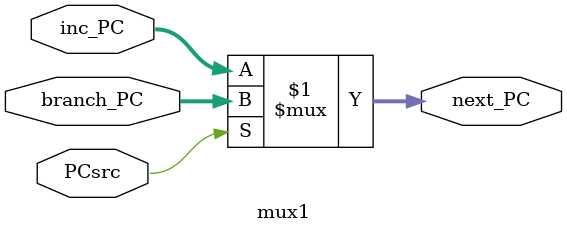
<source format=sv>
module mux1(input  logic [16:0] inc_PC, branch_PC,
            input  logic        PCsrc,
            output logic [16:0] next_PC);
    assign next_PC = PCsrc ? branch_PC : inc_PC;
endmodule

</source>
